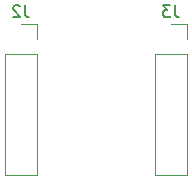
<source format=gbo>
%TF.GenerationSoftware,KiCad,Pcbnew,5.1.4-3.fc31*%
%TF.CreationDate,2019-11-17T16:10:24+01:00*%
%TF.ProjectId,avr-isp-to-pcb-adapter,6176722d-6973-4702-9d74-6f2d7063622d,1.0*%
%TF.SameCoordinates,PX76b1be0PY53920b0*%
%TF.FileFunction,Legend,Bot*%
%TF.FilePolarity,Positive*%
%FSLAX46Y46*%
G04 Gerber Fmt 4.6, Leading zero omitted, Abs format (unit mm)*
G04 Created by KiCad (PCBNEW 5.1.4-3.fc31) date 2019-11-17 16:10:24*
%MOMM*%
%LPD*%
G04 APERTURE LIST*
%ADD10C,0.120000*%
%ADD11C,0.150000*%
%ADD12R,1.829200X1.829200*%
%ADD13O,1.829200X1.829200*%
%ADD14R,1.802000X1.802000*%
%ADD15O,1.802000X1.802000*%
G04 APERTURE END LIST*
D10*
%TO.C,J2*%
X3870000Y5020000D02*
X1210000Y5020000D01*
X3870000Y15240000D02*
X3870000Y5020000D01*
X1210000Y15240000D02*
X1210000Y5020000D01*
X3870000Y15240000D02*
X1210000Y15240000D01*
X3870000Y16510000D02*
X3870000Y17840000D01*
X3870000Y17840000D02*
X2540000Y17840000D01*
%TO.C,J3*%
X16570000Y17840000D02*
X15240000Y17840000D01*
X16570000Y16510000D02*
X16570000Y17840000D01*
X16570000Y15240000D02*
X13910000Y15240000D01*
X13910000Y15240000D02*
X13910000Y5020000D01*
X16570000Y15240000D02*
X16570000Y5020000D01*
X16570000Y5020000D02*
X13910000Y5020000D01*
%TO.C,J2*%
D11*
X2873333Y19387620D02*
X2873333Y18673334D01*
X2920952Y18530477D01*
X3016190Y18435239D01*
X3159047Y18387620D01*
X3254285Y18387620D01*
X2444761Y19292381D02*
X2397142Y19340000D01*
X2301904Y19387620D01*
X2063809Y19387620D01*
X1968571Y19340000D01*
X1920952Y19292381D01*
X1873333Y19197143D01*
X1873333Y19101905D01*
X1920952Y18959048D01*
X2492380Y18387620D01*
X1873333Y18387620D01*
%TO.C,J3*%
X15573333Y19387620D02*
X15573333Y18673334D01*
X15620952Y18530477D01*
X15716190Y18435239D01*
X15859047Y18387620D01*
X15954285Y18387620D01*
X15192380Y19387620D02*
X14573333Y19387620D01*
X14906666Y19006667D01*
X14763809Y19006667D01*
X14668571Y18959048D01*
X14620952Y18911429D01*
X14573333Y18816191D01*
X14573333Y18578096D01*
X14620952Y18482858D01*
X14668571Y18435239D01*
X14763809Y18387620D01*
X15049523Y18387620D01*
X15144761Y18435239D01*
X15192380Y18482858D01*
%TD*%
%LPC*%
D12*
%TO.C,J1*%
X7620000Y16510000D03*
D13*
X10160000Y16510000D03*
X7620000Y13970000D03*
X10160000Y13970000D03*
X7620000Y11430000D03*
X10160000Y11430000D03*
X7620000Y8890000D03*
X10160000Y8890000D03*
X7620000Y6350000D03*
X10160000Y6350000D03*
%TD*%
D14*
%TO.C,J2*%
X2540000Y16510000D03*
D15*
X2540000Y13970000D03*
X2540000Y11430000D03*
X2540000Y8890000D03*
X2540000Y6350000D03*
%TD*%
%TO.C,J3*%
X15240000Y6350000D03*
X15240000Y8890000D03*
X15240000Y11430000D03*
X15240000Y13970000D03*
D14*
X15240000Y16510000D03*
%TD*%
M02*

</source>
